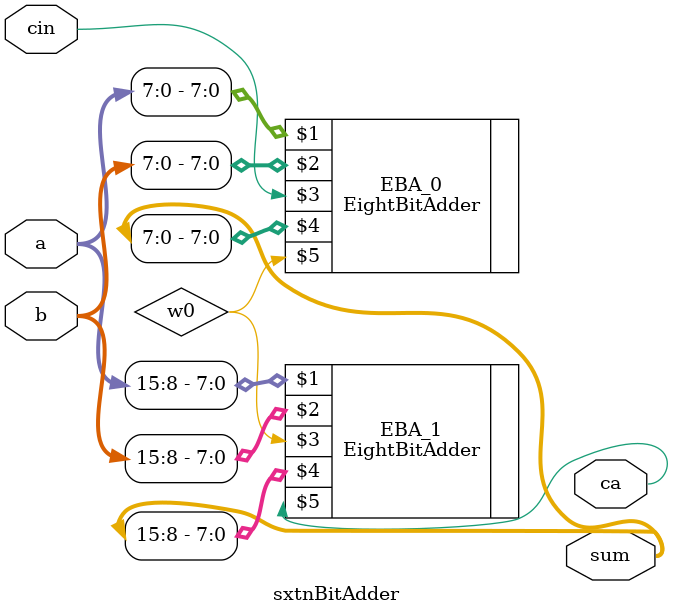
<source format=v>
`include "coe17b024_exp1_8bitadder_v1.v"
module sxtnBitAdder (a,b,cin,sum, ca);
input[15:0] a, b;
input cin;
output[15:0] sum;
output ca;
wire w0;
	
	EightBitAdder EBA_0(a[7:0],b[7:0],cin,sum[7:0],w0);
	EightBitAdder EBA_1(a[15:8],b[15:8],w0 ,sum[15:8],ca);
	
	
endmodule

</source>
